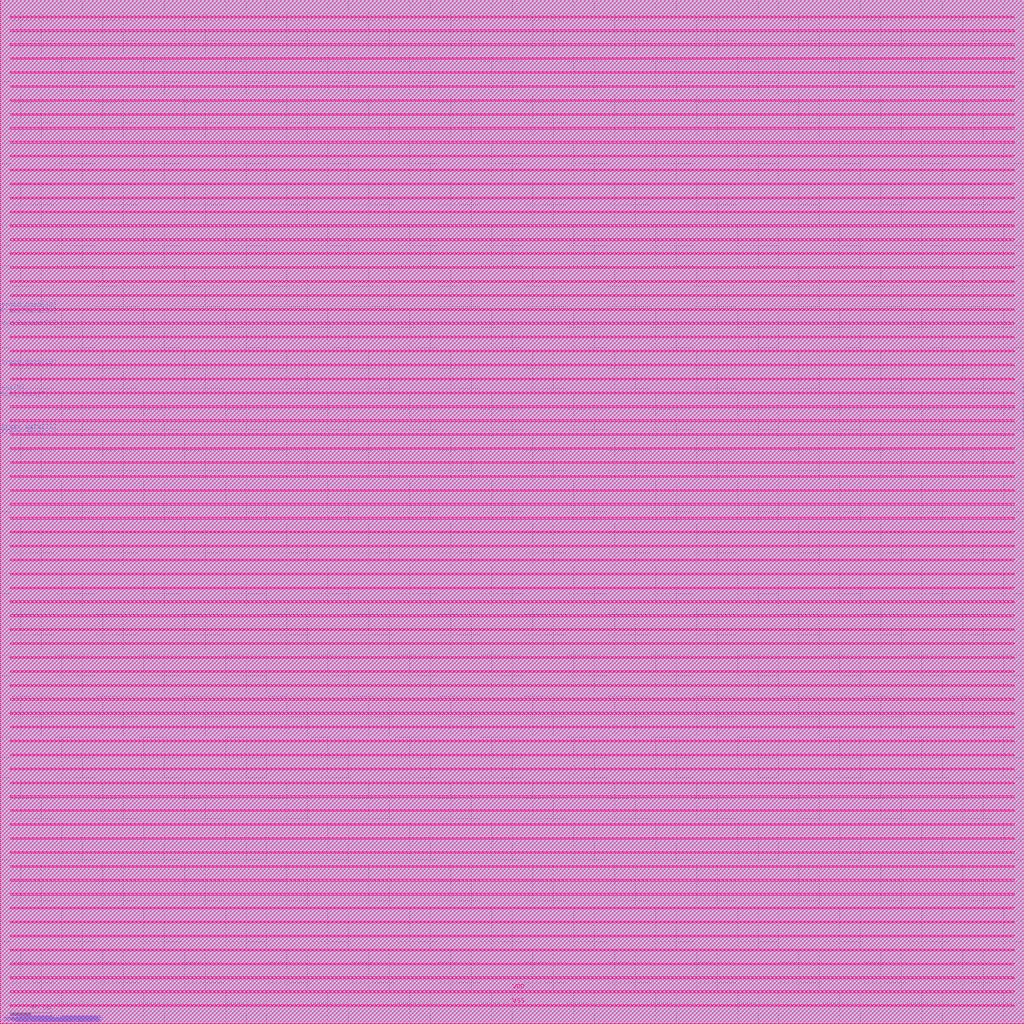
<source format=lef>
VERSION 5.8 ;
BUSBITCHARS "[]" ;
DIVIDERCHAR "/" ;
UNITS
    DATABASE MICRONS 1000 ;
END UNITS

VIA picorv32_top_via2_3_1600_480_1_5_320_320
  VIARULE M1M2_PR ;
  CUTSIZE 0.15 0.15 ;
  LAYERS met1 via met2 ;
  CUTSPACING 0.17 0.17 ;
  ENCLOSURE 0.085 0.165 0.055 0.085 ;
  ROWCOL 1 5 ;
END picorv32_top_via2_3_1600_480_1_5_320_320

VIA picorv32_top_via3_4_1600_480_1_4_400_400
  VIARULE M2M3_PR ;
  CUTSIZE 0.2 0.2 ;
  LAYERS met2 via2 met3 ;
  CUTSPACING 0.2 0.2 ;
  ENCLOSURE 0.04 0.085 0.065 0.065 ;
  ROWCOL 1 4 ;
END picorv32_top_via3_4_1600_480_1_4_400_400

VIA picorv32_top_via4_5_1600_480_1_4_400_400
  VIARULE M3M4_PR ;
  CUTSIZE 0.2 0.2 ;
  LAYERS met3 via3 met4 ;
  CUTSPACING 0.2 0.2 ;
  ENCLOSURE 0.09 0.06 0.1 0.065 ;
  ROWCOL 1 4 ;
END picorv32_top_via4_5_1600_480_1_4_400_400

VIA picorv32_top_via5_6_1600_1600_1_1_1600_1600
  VIARULE M4M5_PR ;
  CUTSIZE 0.8 0.8 ;
  LAYERS met4 via4 met5 ;
  CUTSPACING 0.8 0.8 ;
  ENCLOSURE 0.4 0.19 0.31 0.4 ;
END picorv32_top_via5_6_1600_1600_1_1_1600_1600

MACRO picorv32_top
  FOREIGN picorv32_top 0 0 ;
  CLASS BLOCK ;
  SIZE 1000 BY 1000 ;
  PIN clk
    DIRECTION INPUT ;
    USE SIGNAL ;
    PORT
      LAYER met2 ;
        RECT  813.44 999.515 813.58 1000 ;
    END
  END clk
  PIN eoi[0]
    DIRECTION OUTPUT ;
    USE SIGNAL ;
    PORT
      LAYER met2 ;
        RECT  812.52 999.515 812.66 1000 ;
    END
  END eoi[0]
  PIN eoi[10]
    DIRECTION OUTPUT ;
    USE SIGNAL ;
    PORT
      LAYER met2 ;
        RECT  258.68 999.515 258.82 1000 ;
    END
  END eoi[10]
  PIN eoi[11]
    DIRECTION OUTPUT ;
    USE SIGNAL ;
    PORT
      LAYER met2 ;
        RECT  208.08 999.515 208.22 1000 ;
    END
  END eoi[11]
  PIN eoi[12]
    DIRECTION OUTPUT ;
    USE SIGNAL ;
    PORT
      LAYER met2 ;
        RECT  177.72 999.515 177.86 1000 ;
    END
  END eoi[12]
  PIN eoi[13]
    DIRECTION OUTPUT ;
    USE SIGNAL ;
    PORT
      LAYER met2 ;
        RECT  223.72 999.515 223.86 1000 ;
    END
  END eoi[13]
  PIN eoi[14]
    DIRECTION OUTPUT ;
    USE SIGNAL ;
    PORT
      LAYER met2 ;
        RECT  250.4 999.515 250.54 1000 ;
    END
  END eoi[14]
  PIN eoi[15]
    DIRECTION OUTPUT ;
    USE SIGNAL ;
    PORT
      LAYER met2 ;
        RECT  264.2 999.515 264.34 1000 ;
    END
  END eoi[15]
  PIN eoi[16]
    DIRECTION OUTPUT ;
    USE SIGNAL ;
    PORT
      LAYER met2 ;
        RECT  196.12 999.515 196.26 1000 ;
    END
  END eoi[16]
  PIN eoi[17]
    DIRECTION OUTPUT ;
    USE SIGNAL ;
    PORT
      LAYER met2 ;
        RECT  230.16 999.515 230.3 1000 ;
    END
  END eoi[17]
  PIN eoi[18]
    DIRECTION OUTPUT ;
    USE SIGNAL ;
    PORT
      LAYER met2 ;
        RECT  247.64 999.515 247.78 1000 ;
    END
  END eoi[18]
  PIN eoi[19]
    DIRECTION OUTPUT ;
    USE SIGNAL ;
    PORT
      LAYER met2 ;
        RECT  204.4 999.515 204.54 1000 ;
    END
  END eoi[19]
  PIN eoi[1]
    DIRECTION OUTPUT ;
    USE SIGNAL ;
    PORT
      LAYER met2 ;
        RECT  158.4 999.515 158.54 1000 ;
    END
  END eoi[1]
  PIN eoi[20]
    DIRECTION OUTPUT ;
    USE SIGNAL ;
    PORT
      LAYER met2 ;
        RECT  154.72 999.515 154.86 1000 ;
    END
  END eoi[20]
  PIN eoi[21]
    DIRECTION OUTPUT ;
    USE SIGNAL ;
    PORT
      LAYER met2 ;
        RECT  240.28 999.515 240.42 1000 ;
    END
  END eoi[21]
  PIN eoi[22]
    DIRECTION OUTPUT ;
    USE SIGNAL ;
    PORT
      LAYER met2 ;
        RECT  275.24 999.515 275.38 1000 ;
    END
  END eoi[22]
  PIN eoi[23]
    DIRECTION OUTPUT ;
    USE SIGNAL ;
    PORT
      LAYER met2 ;
        RECT  220.96 999.515 221.1 1000 ;
    END
  END eoi[23]
  PIN eoi[24]
    DIRECTION OUTPUT ;
    USE SIGNAL ;
    PORT
      LAYER met2 ;
        RECT  298.24 999.515 298.38 1000 ;
    END
  END eoi[24]
  PIN eoi[25]
    DIRECTION OUTPUT ;
    USE SIGNAL ;
    PORT
      LAYER met2 ;
        RECT  163 999.515 163.14 1000 ;
    END
  END eoi[25]
  PIN eoi[26]
    DIRECTION OUTPUT ;
    USE SIGNAL ;
    PORT
      LAYER met2 ;
        RECT  237.52 999.515 237.66 1000 ;
    END
  END eoi[26]
  PIN eoi[27]
    DIRECTION OUTPUT ;
    USE SIGNAL ;
    PORT
      LAYER met2 ;
        RECT  253.16 999.515 253.3 1000 ;
    END
  END eoi[27]
  PIN eoi[28]
    DIRECTION OUTPUT ;
    USE SIGNAL ;
    PORT
      LAYER met2 ;
        RECT  216.36 999.515 216.5 1000 ;
    END
  END eoi[28]
  PIN eoi[29]
    DIRECTION OUTPUT ;
    USE SIGNAL ;
    PORT
      LAYER met2 ;
        RECT  186.92 999.515 187.06 1000 ;
    END
  END eoi[29]
  PIN eoi[2]
    DIRECTION OUTPUT ;
    USE SIGNAL ;
    PORT
      LAYER met2 ;
        RECT  317.56 999.515 317.7 1000 ;
    END
  END eoi[2]
  PIN eoi[30]
    DIRECTION OUTPUT ;
    USE SIGNAL ;
    PORT
      LAYER met2 ;
        RECT  212.68 999.515 212.82 1000 ;
    END
  END eoi[30]
  PIN eoi[31]
    DIRECTION OUTPUT ;
    USE SIGNAL ;
    PORT
      LAYER met2 ;
        RECT  316.64 999.515 316.78 1000 ;
    END
  END eoi[31]
  PIN eoi[3]
    DIRECTION OUTPUT ;
    USE SIGNAL ;
    PORT
      LAYER met2 ;
        RECT  195.2 999.515 195.34 1000 ;
    END
  END eoi[3]
  PIN eoi[4]
    DIRECTION OUTPUT ;
    USE SIGNAL ;
    PORT
      LAYER met2 ;
        RECT  249.48 999.515 249.62 1000 ;
    END
  END eoi[4]
  PIN eoi[5]
    DIRECTION OUTPUT ;
    USE SIGNAL ;
    PORT
      LAYER met3 ;
        RECT  0 616.27 0.8 616.57 ;
    END
  END eoi[5]
  PIN eoi[6]
    DIRECTION OUTPUT ;
    USE SIGNAL ;
    PORT
      LAYER met2 ;
        RECT  209.92 999.515 210.06 1000 ;
    END
  END eoi[6]
  PIN eoi[7]
    DIRECTION OUTPUT ;
    USE SIGNAL ;
    PORT
      LAYER met2 ;
        RECT  166.68 999.515 166.82 1000 ;
    END
  END eoi[7]
  PIN eoi[8]
    DIRECTION OUTPUT ;
    USE SIGNAL ;
    PORT
      LAYER met2 ;
        RECT  175.88 999.515 176.02 1000 ;
    END
  END eoi[8]
  PIN eoi[9]
    DIRECTION OUTPUT ;
    USE SIGNAL ;
    PORT
      LAYER met2 ;
        RECT  228.32 999.515 228.46 1000 ;
    END
  END eoi[9]
  PIN irq[0]
    DIRECTION INPUT ;
    USE SIGNAL ;
    PORT
      LAYER met2 ;
        RECT  2 0 2.14 0.485 ;
    END
  END irq[0]
  PIN irq[10]
    DIRECTION INPUT ;
    USE SIGNAL ;
    PORT
      LAYER met2 ;
        RECT  2.92 0 3.06 0.485 ;
    END
  END irq[10]
  PIN irq[11]
    DIRECTION INPUT ;
    USE SIGNAL ;
    PORT
      LAYER met2 ;
        RECT  3.84 0 3.98 0.485 ;
    END
  END irq[11]
  PIN irq[12]
    DIRECTION INPUT ;
    USE SIGNAL ;
    PORT
      LAYER met2 ;
        RECT  4.76 0 4.9 0.485 ;
    END
  END irq[12]
  PIN irq[13]
    DIRECTION INPUT ;
    USE SIGNAL ;
    PORT
      LAYER met2 ;
        RECT  5.68 0 5.82 0.485 ;
    END
  END irq[13]
  PIN irq[14]
    DIRECTION INPUT ;
    USE SIGNAL ;
    PORT
      LAYER met2 ;
        RECT  6.6 0 6.74 0.485 ;
    END
  END irq[14]
  PIN irq[15]
    DIRECTION INPUT ;
    USE SIGNAL ;
    PORT
      LAYER met2 ;
        RECT  7.52 0 7.66 0.485 ;
    END
  END irq[15]
  PIN irq[16]
    DIRECTION INPUT ;
    USE SIGNAL ;
    PORT
      LAYER met2 ;
        RECT  8.44 0 8.58 0.485 ;
    END
  END irq[16]
  PIN irq[17]
    DIRECTION INPUT ;
    USE SIGNAL ;
    PORT
      LAYER met2 ;
        RECT  9.36 0 9.5 0.485 ;
    END
  END irq[17]
  PIN irq[18]
    DIRECTION INPUT ;
    USE SIGNAL ;
    PORT
      LAYER met2 ;
        RECT  10.28 0 10.42 0.485 ;
    END
  END irq[18]
  PIN irq[19]
    DIRECTION INPUT ;
    USE SIGNAL ;
    PORT
      LAYER met2 ;
        RECT  11.2 0 11.34 0.485 ;
    END
  END irq[19]
  PIN irq[1]
    DIRECTION INPUT ;
    USE SIGNAL ;
    PORT
      LAYER met2 ;
        RECT  12.12 0 12.26 0.485 ;
    END
  END irq[1]
  PIN irq[20]
    DIRECTION INPUT ;
    USE SIGNAL ;
    PORT
      LAYER met2 ;
        RECT  13.04 0 13.18 0.485 ;
    END
  END irq[20]
  PIN irq[21]
    DIRECTION INPUT ;
    USE SIGNAL ;
    PORT
      LAYER met2 ;
        RECT  13.96 0 14.1 0.485 ;
    END
  END irq[21]
  PIN irq[22]
    DIRECTION INPUT ;
    USE SIGNAL ;
    PORT
      LAYER met2 ;
        RECT  14.88 0 15.02 0.485 ;
    END
  END irq[22]
  PIN irq[23]
    DIRECTION INPUT ;
    USE SIGNAL ;
    PORT
      LAYER met2 ;
        RECT  15.8 0 15.94 0.485 ;
    END
  END irq[23]
  PIN irq[24]
    DIRECTION INPUT ;
    USE SIGNAL ;
    PORT
      LAYER met2 ;
        RECT  16.72 0 16.86 0.485 ;
    END
  END irq[24]
  PIN irq[25]
    DIRECTION INPUT ;
    USE SIGNAL ;
    PORT
      LAYER met2 ;
        RECT  17.64 0 17.78 0.485 ;
    END
  END irq[25]
  PIN irq[26]
    DIRECTION INPUT ;
    USE SIGNAL ;
    PORT
      LAYER met2 ;
        RECT  18.56 0 18.7 0.485 ;
    END
  END irq[26]
  PIN irq[27]
    DIRECTION INPUT ;
    USE SIGNAL ;
    PORT
      LAYER met2 ;
        RECT  19.48 0 19.62 0.485 ;
    END
  END irq[27]
  PIN irq[28]
    DIRECTION INPUT ;
    USE SIGNAL ;
    PORT
      LAYER met2 ;
        RECT  20.4 0 20.54 0.485 ;
    END
  END irq[28]
  PIN irq[29]
    DIRECTION INPUT ;
    USE SIGNAL ;
    PORT
      LAYER met2 ;
        RECT  21.32 0 21.46 0.485 ;
    END
  END irq[29]
  PIN irq[2]
    DIRECTION INPUT ;
    USE SIGNAL ;
    PORT
      LAYER met2 ;
        RECT  22.24 0 22.38 0.485 ;
    END
  END irq[2]
  PIN irq[30]
    DIRECTION INPUT ;
    USE SIGNAL ;
    PORT
      LAYER met2 ;
        RECT  23.16 0 23.3 0.485 ;
    END
  END irq[30]
  PIN irq[31]
    DIRECTION INPUT ;
    USE SIGNAL ;
    PORT
      LAYER met2 ;
        RECT  24.08 0 24.22 0.485 ;
    END
  END irq[31]
  PIN irq[3]
    DIRECTION INPUT ;
    USE SIGNAL ;
    PORT
      LAYER met2 ;
        RECT  25 0 25.14 0.485 ;
    END
  END irq[3]
  PIN irq[4]
    DIRECTION INPUT ;
    USE SIGNAL ;
    PORT
      LAYER met2 ;
        RECT  25.92 0 26.06 0.485 ;
    END
  END irq[4]
  PIN irq[5]
    DIRECTION INPUT ;
    USE SIGNAL ;
    PORT
      LAYER met2 ;
        RECT  26.84 0 26.98 0.485 ;
    END
  END irq[5]
  PIN irq[6]
    DIRECTION INPUT ;
    USE SIGNAL ;
    PORT
      LAYER met2 ;
        RECT  27.76 0 27.9 0.485 ;
    END
  END irq[6]
  PIN irq[7]
    DIRECTION INPUT ;
    USE SIGNAL ;
    PORT
      LAYER met2 ;
        RECT  28.68 0 28.82 0.485 ;
    END
  END irq[7]
  PIN irq[8]
    DIRECTION INPUT ;
    USE SIGNAL ;
    PORT
      LAYER met2 ;
        RECT  29.6 0 29.74 0.485 ;
    END
  END irq[8]
  PIN irq[9]
    DIRECTION INPUT ;
    USE SIGNAL ;
    PORT
      LAYER met2 ;
        RECT  30.52 0 30.66 0.485 ;
    END
  END irq[9]
  PIN mem_la_addr[0]
    DIRECTION OUTPUT ;
    USE SIGNAL ;
    PORT
      LAYER met2 ;
        RECT  190.6 999.515 190.74 1000 ;
    END
  END mem_la_addr[0]
  PIN mem_la_addr[10]
    DIRECTION OUTPUT ;
    USE SIGNAL ;
    PORT
      LAYER met2 ;
        RECT  566.88 999.515 567.02 1000 ;
    END
  END mem_la_addr[10]
  PIN mem_la_addr[11]
    DIRECTION OUTPUT ;
    USE SIGNAL ;
    PORT
      LAYER met2 ;
        RECT  563.2 999.515 563.34 1000 ;
    END
  END mem_la_addr[11]
  PIN mem_la_addr[12]
    DIRECTION OUTPUT ;
    USE SIGNAL ;
    PORT
      LAYER met2 ;
        RECT  569.64 999.515 569.78 1000 ;
    END
  END mem_la_addr[12]
  PIN mem_la_addr[13]
    DIRECTION OUTPUT ;
    USE SIGNAL ;
    PORT
      LAYER met2 ;
        RECT  564.12 999.515 564.26 1000 ;
    END
  END mem_la_addr[13]
  PIN mem_la_addr[14]
    DIRECTION OUTPUT ;
    USE SIGNAL ;
    PORT
      LAYER met2 ;
        RECT  574.24 999.515 574.38 1000 ;
    END
  END mem_la_addr[14]
  PIN mem_la_addr[15]
    DIRECTION OUTPUT ;
    USE SIGNAL ;
    PORT
      LAYER met2 ;
        RECT  557.68 999.515 557.82 1000 ;
    END
  END mem_la_addr[15]
  PIN mem_la_addr[16]
    DIRECTION OUTPUT ;
    USE SIGNAL ;
    PORT
      LAYER met2 ;
        RECT  565.96 999.515 566.1 1000 ;
    END
  END mem_la_addr[16]
  PIN mem_la_addr[17]
    DIRECTION OUTPUT ;
    USE SIGNAL ;
    PORT
      LAYER met2 ;
        RECT  561.36 999.515 561.5 1000 ;
    END
  END mem_la_addr[17]
  PIN mem_la_addr[18]
    DIRECTION OUTPUT ;
    USE SIGNAL ;
    PORT
      LAYER met2 ;
        RECT  559.52 999.515 559.66 1000 ;
    END
  END mem_la_addr[18]
  PIN mem_la_addr[19]
    DIRECTION OUTPUT ;
    USE SIGNAL ;
    PORT
      LAYER met2 ;
        RECT  558.6 999.515 558.74 1000 ;
    END
  END mem_la_addr[19]
  PIN mem_la_addr[1]
    DIRECTION OUTPUT ;
    USE SIGNAL ;
    PORT
      LAYER met3 ;
        RECT  0 678.83 0.8 679.13 ;
    END
  END mem_la_addr[1]
  PIN mem_la_addr[20]
    DIRECTION OUTPUT ;
    USE SIGNAL ;
    PORT
      LAYER met2 ;
        RECT  560.44 999.515 560.58 1000 ;
    END
  END mem_la_addr[20]
  PIN mem_la_addr[21]
    DIRECTION OUTPUT ;
    USE SIGNAL ;
    PORT
      LAYER met2 ;
        RECT  565.04 999.515 565.18 1000 ;
    END
  END mem_la_addr[21]
  PIN mem_la_addr[22]
    DIRECTION OUTPUT ;
    USE SIGNAL ;
    PORT
      LAYER met2 ;
        RECT  570.56 999.515 570.7 1000 ;
    END
  END mem_la_addr[22]
  PIN mem_la_addr[23]
    DIRECTION OUTPUT ;
    USE SIGNAL ;
    PORT
      LAYER met2 ;
        RECT  584.36 999.515 584.5 1000 ;
    END
  END mem_la_addr[23]
  PIN mem_la_addr[24]
    DIRECTION OUTPUT ;
    USE SIGNAL ;
    PORT
      LAYER met2 ;
        RECT  598.16 999.515 598.3 1000 ;
    END
  END mem_la_addr[24]
  PIN mem_la_addr[25]
    DIRECTION OUTPUT ;
    USE SIGNAL ;
    PORT
      LAYER met2 ;
        RECT  608.28 999.515 608.42 1000 ;
    END
  END mem_la_addr[25]
  PIN mem_la_addr[26]
    DIRECTION OUTPUT ;
    USE SIGNAL ;
    PORT
      LAYER met2 ;
        RECT  620.24 999.515 620.38 1000 ;
    END
  END mem_la_addr[26]
  PIN mem_la_addr[27]
    DIRECTION OUTPUT ;
    USE SIGNAL ;
    PORT
      LAYER met2 ;
        RECT  629.44 999.515 629.58 1000 ;
    END
  END mem_la_addr[27]
  PIN mem_la_addr[28]
    DIRECTION OUTPUT ;
    USE SIGNAL ;
    PORT
      LAYER met2 ;
        RECT  656.12 999.515 656.26 1000 ;
    END
  END mem_la_addr[28]
  PIN mem_la_addr[29]
    DIRECTION OUTPUT ;
    USE SIGNAL ;
    PORT
      LAYER met2 ;
        RECT  660.72 999.515 660.86 1000 ;
    END
  END mem_la_addr[29]
  PIN mem_la_addr[2]
    DIRECTION OUTPUT ;
    USE SIGNAL ;
    PORT
      LAYER met3 ;
        RECT  999.2 617.63 1000 617.93 ;
    END
  END mem_la_addr[2]
  PIN mem_la_addr[30]
    DIRECTION OUTPUT ;
    USE SIGNAL ;
    PORT
      LAYER met2 ;
        RECT  655.2 999.515 655.34 1000 ;
    END
  END mem_la_addr[30]
  PIN mem_la_addr[31]
    DIRECTION OUTPUT ;
    USE SIGNAL ;
    PORT
      LAYER met2 ;
        RECT  657.04 999.515 657.18 1000 ;
    END
  END mem_la_addr[31]
  PIN mem_la_addr[3]
    DIRECTION OUTPUT ;
    USE SIGNAL ;
    PORT
      LAYER met3 ;
        RECT  999.2 620.35 1000 620.65 ;
    END
  END mem_la_addr[3]
  PIN mem_la_addr[4]
    DIRECTION OUTPUT ;
    USE SIGNAL ;
    PORT
      LAYER met3 ;
        RECT  999.2 598.59 1000 598.89 ;
    END
  END mem_la_addr[4]
  PIN mem_la_addr[5]
    DIRECTION OUTPUT ;
    USE SIGNAL ;
    PORT
      LAYER met3 ;
        RECT  999.2 591.79 1000 592.09 ;
    END
  END mem_la_addr[5]
  PIN mem_la_addr[6]
    DIRECTION OUTPUT ;
    USE SIGNAL ;
    PORT
      LAYER met3 ;
        RECT  999.2 602.67 1000 602.97 ;
    END
  END mem_la_addr[6]
  PIN mem_la_addr[7]
    DIRECTION OUTPUT ;
    USE SIGNAL ;
    PORT
      LAYER met3 ;
        RECT  999.2 623.07 1000 623.37 ;
    END
  END mem_la_addr[7]
  PIN mem_la_addr[8]
    DIRECTION OUTPUT ;
    USE SIGNAL ;
    PORT
      LAYER met3 ;
        RECT  999.2 583.63 1000 583.93 ;
    END
  END mem_la_addr[8]
  PIN mem_la_addr[9]
    DIRECTION OUTPUT ;
    USE SIGNAL ;
    PORT
      LAYER met2 ;
        RECT  562.28 999.515 562.42 1000 ;
    END
  END mem_la_addr[9]
  PIN mem_la_read
    DIRECTION OUTPUT ;
    USE SIGNAL ;
    PORT
      LAYER met3 ;
        RECT  999.2 590.43 1000 590.73 ;
    END
  END mem_la_read
  PIN mem_la_wdata[0]
    DIRECTION OUTPUT ;
    USE SIGNAL ;
    PORT
      LAYER met3 ;
        RECT  999.2 572.75 1000 573.05 ;
    END
  END mem_la_wdata[0]
  PIN mem_la_wdata[10]
    DIRECTION OUTPUT ;
    USE SIGNAL ;
    PORT
      LAYER met3 ;
        RECT  999.2 621.71 1000 622.01 ;
    END
  END mem_la_wdata[10]
  PIN mem_la_wdata[11]
    DIRECTION OUTPUT ;
    USE SIGNAL ;
    PORT
      LAYER met3 ;
        RECT  999.2 605.39 1000 605.69 ;
    END
  END mem_la_wdata[11]
  PIN mem_la_wdata[12]
    DIRECTION OUTPUT ;
    USE SIGNAL ;
    PORT
      LAYER met3 ;
        RECT  999.2 584.99 1000 585.29 ;
    END
  END mem_la_wdata[12]
  PIN mem_la_wdata[13]
    DIRECTION OUTPUT ;
    USE SIGNAL ;
    PORT
      LAYER met3 ;
        RECT  999.2 612.19 1000 612.49 ;
    END
  END mem_la_wdata[13]
  PIN mem_la_wdata[14]
    DIRECTION OUTPUT ;
    USE SIGNAL ;
    PORT
      LAYER met3 ;
        RECT  999.2 608.11 1000 608.41 ;
    END
  END mem_la_wdata[14]
  PIN mem_la_wdata[15]
    DIRECTION OUTPUT ;
    USE SIGNAL ;
    PORT
      LAYER met3 ;
        RECT  999.2 606.75 1000 607.05 ;
    END
  END mem_la_wdata[15]
  PIN mem_la_wdata[16]
    DIRECTION OUTPUT ;
    USE SIGNAL ;
    PORT
      LAYER met3 ;
        RECT  999.2 613.55 1000 613.85 ;
    END
  END mem_la_wdata[16]
  PIN mem_la_wdata[17]
    DIRECTION OUTPUT ;
    USE SIGNAL ;
    PORT
      LAYER met3 ;
        RECT  999.2 610.83 1000 611.13 ;
    END
  END mem_la_wdata[17]
  PIN mem_la_wdata[18]
    DIRECTION OUTPUT ;
    USE SIGNAL ;
    PORT
      LAYER met2 ;
        RECT  606.44 999.515 606.58 1000 ;
    END
  END mem_la_wdata[18]
  PIN mem_la_wdata[19]
    DIRECTION OUTPUT ;
    USE SIGNAL ;
    PORT
      LAYER met2 ;
        RECT  599.08 999.515 599.22 1000 ;
    END
  END mem_la_wdata[19]
  PIN mem_la_wdata[1]
    DIRECTION OUTPUT ;
    USE SIGNAL ;
    PORT
      LAYER met3 ;
        RECT  999.2 624.43 1000 624.73 ;
    END
  END mem_la_wdata[1]
  PIN mem_la_wdata[20]
    DIRECTION OUTPUT ;
    USE SIGNAL ;
    PORT
      LAYER met2 ;
        RECT  592.64 999.515 592.78 1000 ;
    END
  END mem_la_wdata[20]
  PIN mem_la_wdata[21]
    DIRECTION OUTPUT ;
    USE SIGNAL ;
    PORT
      LAYER met2 ;
        RECT  586.2 999.515 586.34 1000 ;
    END
  END mem_la_wdata[21]
  PIN mem_la_wdata[22]
    DIRECTION OUTPUT ;
    USE SIGNAL ;
    PORT
      LAYER met2 ;
        RECT  588.04 999.515 588.18 1000 ;
    END
  END mem_la_wdata[22]
  PIN mem_la_wdata[23]
    DIRECTION OUTPUT ;
    USE SIGNAL ;
    PORT
      LAYER met2 ;
        RECT  580.68 999.515 580.82 1000 ;
    END
  END mem_la_wdata[23]
  PIN mem_la_wdata[24]
    DIRECTION OUTPUT ;
    USE SIGNAL ;
    PORT
      LAYER met3 ;
        RECT  999.2 597.23 1000 597.53 ;
    END
  END mem_la_wdata[24]
  PIN mem_la_wdata[25]
    DIRECTION OUTPUT ;
    USE SIGNAL ;
    PORT
      LAYER met2 ;
        RECT  611.96 999.515 612.1 1000 ;
    END
  END mem_la_wdata[25]
  PIN mem_la_wdata[26]
    DIRECTION OUTPUT ;
    USE SIGNAL ;
    PORT
      LAYER met2 ;
        RECT  619.32 999.515 619.46 1000 ;
    END
  END mem_la_wdata[26]
  PIN mem_la_wdata[27]
    DIRECTION OUTPUT ;
    USE SIGNAL ;
    PORT
      LAYER met2 ;
        RECT  579.76 999.515 579.9 1000 ;
    END
  END mem_la_wdata[27]
  PIN mem_la_wdata[28]
    DIRECTION OUTPUT ;
    USE SIGNAL ;
    PORT
      LAYER met2 ;
        RECT  595.4 999.515 595.54 1000 ;
    END
  END mem_la_wdata[28]
  PIN mem_la_wdata[29]
    DIRECTION OUTPUT ;
    USE SIGNAL ;
    PORT
      LAYER met2 ;
        RECT  624.84 999.515 624.98 1000 ;
    END
  END mem_la_wdata[29]
  PIN mem_la_wdata[2]
    DIRECTION OUTPUT ;
    USE SIGNAL ;
    PORT
      LAYER met3 ;
        RECT  999.2 614.91 1000 615.21 ;
    END
  END mem_la_wdata[2]
  PIN mem_la_wdata[30]
    DIRECTION OUTPUT ;
    USE SIGNAL ;
    PORT
      LAYER met2 ;
        RECT  617.48 999.515 617.62 1000 ;
    END
  END mem_la_wdata[30]
  PIN mem_la_wdata[31]
    DIRECTION OUTPUT ;
    USE SIGNAL ;
    PORT
      LAYER met2 ;
        RECT  615.64 999.515 615.78 1000 ;
    END
  END mem_la_wdata[31]
  PIN mem_la_wdata[3]
    DIRECTION OUTPUT ;
    USE SIGNAL ;
    PORT
      LAYER met3 ;
        RECT  999.2 599.95 1000 600.25 ;
    END
  END mem_la_wdata[3]
  PIN mem_la_wdata[4]
    DIRECTION OUTPUT ;
    USE SIGNAL ;
    PORT
      LAYER met3 ;
        RECT  999.2 601.31 1000 601.61 ;
    END
  END mem_la_wdata[4]
  PIN mem_la_wdata[5]
    DIRECTION OUTPUT ;
    USE SIGNAL ;
    PORT
      LAYER met2 ;
        RECT  628.52 999.515 628.66 1000 ;
    END
  END mem_la_wdata[5]
  PIN mem_la_wdata[6]
    DIRECTION OUTPUT ;
    USE SIGNAL ;
    PORT
      LAYER met2 ;
        RECT  627.6 999.515 627.74 1000 ;
    END
  END mem_la_wdata[6]
  PIN mem_la_wdata[7]
    DIRECTION OUTPUT ;
    USE SIGNAL ;
    PORT
      LAYER met2 ;
        RECT  626.68 999.515 626.82 1000 ;
    END
  END mem_la_wdata[7]
  PIN mem_la_wdata[8]
    DIRECTION OUTPUT ;
    USE SIGNAL ;
    PORT
      LAYER met3 ;
        RECT  999.2 609.47 1000 609.77 ;
    END
  END mem_la_wdata[8]
  PIN mem_la_wdata[9]
    DIRECTION OUTPUT ;
    USE SIGNAL ;
    PORT
      LAYER met3 ;
        RECT  999.2 604.03 1000 604.33 ;
    END
  END mem_la_wdata[9]
  PIN mem_la_write
    DIRECTION OUTPUT ;
    USE SIGNAL ;
    PORT
      LAYER met3 ;
        RECT  999.2 587.71 1000 588.01 ;
    END
  END mem_la_write
  PIN mem_la_wstrb[0]
    DIRECTION OUTPUT ;
    USE SIGNAL ;
    PORT
      LAYER met3 ;
        RECT  999.2 595.87 1000 596.17 ;
    END
  END mem_la_wstrb[0]
  PIN mem_la_wstrb[1]
    DIRECTION OUTPUT ;
    USE SIGNAL ;
    PORT
      LAYER met3 ;
        RECT  999.2 586.35 1000 586.65 ;
    END
  END mem_la_wstrb[1]
  PIN mem_la_wstrb[2]
    DIRECTION OUTPUT ;
    USE SIGNAL ;
    PORT
      LAYER met3 ;
        RECT  999.2 594.51 1000 594.81 ;
    END
  END mem_la_wstrb[2]
  PIN mem_la_wstrb[3]
    DIRECTION OUTPUT ;
    USE SIGNAL ;
    PORT
      LAYER met3 ;
        RECT  999.2 589.07 1000 589.37 ;
    END
  END mem_la_wstrb[3]
  PIN pcpi_insn[0]
    DIRECTION OUTPUT ;
    USE SIGNAL ;
    PORT
      LAYER met2 ;
        RECT  171.28 999.515 171.42 1000 ;
    END
  END pcpi_insn[0]
  PIN pcpi_insn[10]
    DIRECTION OUTPUT ;
    USE SIGNAL ;
    PORT
      LAYER met2 ;
        RECT  197.96 999.515 198.1 1000 ;
    END
  END pcpi_insn[10]
  PIN pcpi_insn[11]
    DIRECTION OUTPUT ;
    USE SIGNAL ;
    PORT
      LAYER met2 ;
        RECT  206.24 999.515 206.38 1000 ;
    END
  END pcpi_insn[11]
  PIN pcpi_insn[12]
    DIRECTION OUTPUT ;
    USE SIGNAL ;
    PORT
      LAYER met2 ;
        RECT  205.32 999.515 205.46 1000 ;
    END
  END pcpi_insn[12]
  PIN pcpi_insn[13]
    DIRECTION OUTPUT ;
    USE SIGNAL ;
    PORT
      LAYER met2 ;
        RECT  169.44 999.515 169.58 1000 ;
    END
  END pcpi_insn[13]
  PIN pcpi_insn[14]
    DIRECTION OUTPUT ;
    USE SIGNAL ;
    PORT
      LAYER met2 ;
        RECT  229.24 999.515 229.38 1000 ;
    END
  END pcpi_insn[14]
  PIN pcpi_insn[15]
    DIRECTION OUTPUT ;
    USE SIGNAL ;
    PORT
      LAYER met2 ;
        RECT  301 999.515 301.14 1000 ;
    END
  END pcpi_insn[15]
  PIN pcpi_insn[16]
    DIRECTION OUTPUT ;
    USE SIGNAL ;
    PORT
      LAYER met2 ;
        RECT  220.04 999.515 220.18 1000 ;
    END
  END pcpi_insn[16]
  PIN pcpi_insn[17]
    DIRECTION OUTPUT ;
    USE SIGNAL ;
    PORT
      LAYER met2 ;
        RECT  231.08 999.515 231.22 1000 ;
    END
  END pcpi_insn[17]
  PIN pcpi_insn[18]
    DIRECTION OUTPUT ;
    USE SIGNAL ;
    PORT
      LAYER met2 ;
        RECT  238.44 999.515 238.58 1000 ;
    END
  END pcpi_insn[18]
  PIN pcpi_insn[19]
    DIRECTION OUTPUT ;
    USE SIGNAL ;
    PORT
      LAYER met2 ;
        RECT  221.88 999.515 222.02 1000 ;
    END
  END pcpi_insn[19]
  PIN pcpi_insn[1]
    DIRECTION OUTPUT ;
    USE SIGNAL ;
    PORT
      LAYER met2 ;
        RECT  291.8 999.515 291.94 1000 ;
    END
  END pcpi_insn[1]
  PIN pcpi_insn[20]
    DIRECTION OUTPUT ;
    USE SIGNAL ;
    PORT
      LAYER met2 ;
        RECT  227.4 999.515 227.54 1000 ;
    END
  END pcpi_insn[20]
  PIN pcpi_insn[21]
    DIRECTION OUTPUT ;
    USE SIGNAL ;
    PORT
      LAYER met2 ;
        RECT  172.2 999.515 172.34 1000 ;
    END
  END pcpi_insn[21]
  PIN pcpi_insn[22]
    DIRECTION OUTPUT ;
    USE SIGNAL ;
    PORT
      LAYER met2 ;
        RECT  225.56 999.515 225.7 1000 ;
    END
  END pcpi_insn[22]
  PIN pcpi_insn[23]
    DIRECTION OUTPUT ;
    USE SIGNAL ;
    PORT
      LAYER met2 ;
        RECT  251.32 999.515 251.46 1000 ;
    END
  END pcpi_insn[23]
  PIN pcpi_insn[24]
    DIRECTION OUTPUT ;
    USE SIGNAL ;
    PORT
      LAYER met2 ;
        RECT  278 999.515 278.14 1000 ;
    END
  END pcpi_insn[24]
  PIN pcpi_insn[25]
    DIRECTION OUTPUT ;
    USE SIGNAL ;
    PORT
      LAYER met2 ;
        RECT  207.16 999.515 207.3 1000 ;
    END
  END pcpi_insn[25]
  PIN pcpi_insn[26]
    DIRECTION OUTPUT ;
    USE SIGNAL ;
    PORT
      LAYER met2 ;
        RECT  174.04 999.515 174.18 1000 ;
    END
  END pcpi_insn[26]
  PIN pcpi_insn[27]
    DIRECTION OUTPUT ;
    USE SIGNAL ;
    PORT
      LAYER met2 ;
        RECT  213.6 999.515 213.74 1000 ;
    END
  END pcpi_insn[27]
  PIN pcpi_insn[28]
    DIRECTION OUTPUT ;
    USE SIGNAL ;
    PORT
      LAYER met2 ;
        RECT  209 999.515 209.14 1000 ;
    END
  END pcpi_insn[28]
  PIN pcpi_insn[29]
    DIRECTION OUTPUT ;
    USE SIGNAL ;
    PORT
      LAYER met2 ;
        RECT  217.28 999.515 217.42 1000 ;
    END
  END pcpi_insn[29]
  PIN pcpi_insn[2]
    DIRECTION OUTPUT ;
    USE SIGNAL ;
    PORT
      LAYER met2 ;
        RECT  222.8 999.515 222.94 1000 ;
    END
  END pcpi_insn[2]
  PIN pcpi_insn[30]
    DIRECTION OUTPUT ;
    USE SIGNAL ;
    PORT
      LAYER met2 ;
        RECT  199.8 999.515 199.94 1000 ;
    END
  END pcpi_insn[30]
  PIN pcpi_insn[31]
    DIRECTION OUTPUT ;
    USE SIGNAL ;
    PORT
      LAYER met2 ;
        RECT  164.84 999.515 164.98 1000 ;
    END
  END pcpi_insn[31]
  PIN pcpi_insn[3]
    DIRECTION OUTPUT ;
    USE SIGNAL ;
    PORT
      LAYER met2 ;
        RECT  194.28 999.515 194.42 1000 ;
    END
  END pcpi_insn[3]
  PIN pcpi_insn[4]
    DIRECTION OUTPUT ;
    USE SIGNAL ;
    PORT
      LAYER met2 ;
        RECT  162.08 999.515 162.22 1000 ;
    END
  END pcpi_insn[4]
  PIN pcpi_insn[5]
    DIRECTION OUTPUT ;
    USE SIGNAL ;
    PORT
      LAYER met2 ;
        RECT  296.4 999.515 296.54 1000 ;
    END
  END pcpi_insn[5]
  PIN pcpi_insn[6]
    DIRECTION OUTPUT ;
    USE SIGNAL ;
    PORT
      LAYER met2 ;
        RECT  198.88 999.515 199.02 1000 ;
    END
  END pcpi_insn[6]
  PIN pcpi_insn[7]
    DIRECTION OUTPUT ;
    USE SIGNAL ;
    PORT
      LAYER met3 ;
        RECT  0 609.47 0.8 609.77 ;
    END
  END pcpi_insn[7]
  PIN pcpi_insn[8]
    DIRECTION OUTPUT ;
    USE SIGNAL ;
    PORT
      LAYER met2 ;
        RECT  174.96 999.515 175.1 1000 ;
    END
  END pcpi_insn[8]
  PIN pcpi_insn[9]
    DIRECTION OUTPUT ;
    USE SIGNAL ;
    PORT
      LAYER met2 ;
        RECT  299.16 999.515 299.3 1000 ;
    END
  END pcpi_insn[9]
  PIN pcpi_rd[0]
    DIRECTION INPUT ;
    USE SIGNAL ;
    PORT
      LAYER met2 ;
        RECT  31.44 0 31.58 0.485 ;
    END
  END pcpi_rd[0]
  PIN pcpi_rd[10]
    DIRECTION INPUT ;
    USE SIGNAL ;
    PORT
      LAYER met2 ;
        RECT  32.36 0 32.5 0.485 ;
    END
  END pcpi_rd[10]
  PIN pcpi_rd[11]
    DIRECTION INPUT ;
    USE SIGNAL ;
    PORT
      LAYER met2 ;
        RECT  33.28 0 33.42 0.485 ;
    END
  END pcpi_rd[11]
  PIN pcpi_rd[12]
    DIRECTION INPUT ;
    USE SIGNAL ;
    PORT
      LAYER met2 ;
        RECT  34.2 0 34.34 0.485 ;
    END
  END pcpi_rd[12]
  PIN pcpi_rd[13]
    DIRECTION INPUT ;
    USE SIGNAL ;
    PORT
      LAYER met2 ;
        RECT  35.12 0 35.26 0.485 ;
    END
  END pcpi_rd[13]
  PIN pcpi_rd[14]
    DIRECTION INPUT ;
    USE SIGNAL ;
    PORT
      LAYER met2 ;
        RECT  36.04 0 36.18 0.485 ;
    END
  END pcpi_rd[14]
  PIN pcpi_rd[15]
    DIRECTION INPUT ;
    USE SIGNAL ;
    PORT
      LAYER met2 ;
        RECT  36.96 0 37.1 0.485 ;
    END
  END pcpi_rd[15]
  PIN pcpi_rd[16]
    DIRECTION INPUT ;
    USE SIGNAL ;
    PORT
      LAYER met2 ;
        RECT  37.88 0 38.02 0.485 ;
    END
  END pcpi_rd[16]
  PIN pcpi_rd[17]
    DIRECTION INPUT ;
    USE SIGNAL ;
    PORT
      LAYER met2 ;
        RECT  38.8 0 38.94 0.485 ;
    END
  END pcpi_rd[17]
  PIN pcpi_rd[18]
    DIRECTION INPUT ;
    USE SIGNAL ;
    PORT
      LAYER met2 ;
        RECT  39.72 0 39.86 0.485 ;
    END
  END pcpi_rd[18]
  PIN pcpi_rd[19]
    DIRECTION INPUT ;
    USE SIGNAL ;
    PORT
      LAYER met2 ;
        RECT  40.64 0 40.78 0.485 ;
    END
  END pcpi_rd[19]
  PIN pcpi_rd[1]
    DIRECTION INPUT ;
    USE SIGNAL ;
    PORT
      LAYER met2 ;
        RECT  41.56 0 41.7 0.485 ;
    END
  END pcpi_rd[1]
  PIN pcpi_rd[20]
    DIRECTION INPUT ;
    USE SIGNAL ;
    PORT
      LAYER met2 ;
        RECT  42.48 0 42.62 0.485 ;
    END
  END pcpi_rd[20]
  PIN pcpi_rd[21]
    DIRECTION INPUT ;
    USE SIGNAL ;
    PORT
      LAYER met2 ;
        RECT  43.4 0 43.54 0.485 ;
    END
  END pcpi_rd[21]
  PIN pcpi_rd[22]
    DIRECTION INPUT ;
    USE SIGNAL ;
    PORT
      LAYER met2 ;
        RECT  44.32 0 44.46 0.485 ;
    END
  END pcpi_rd[22]
  PIN pcpi_rd[23]
    DIRECTION INPUT ;
    USE SIGNAL ;
    PORT
      LAYER met2 ;
        RECT  45.24 0 45.38 0.485 ;
    END
  END pcpi_rd[23]
  PIN pcpi_rd[24]
    DIRECTION INPUT ;
    USE SIGNAL ;
    PORT
      LAYER met2 ;
        RECT  46.16 0 46.3 0.485 ;
    END
  END pcpi_rd[24]
  PIN pcpi_rd[25]
    DIRECTION INPUT ;
    USE SIGNAL ;
    PORT
      LAYER met2 ;
        RECT  47.08 0 47.22 0.485 ;
    END
  END pcpi_rd[25]
  PIN pcpi_rd[26]
    DIRECTION INPUT ;
    USE SIGNAL ;
    PORT
      LAYER met2 ;
        RECT  48 0 48.14 0.485 ;
    END
  END pcpi_rd[26]
  PIN pcpi_rd[27]
    DIRECTION INPUT ;
    USE SIGNAL ;
    PORT
      LAYER met2 ;
        RECT  48.92 0 49.06 0.485 ;
    END
  END pcpi_rd[27]
  PIN pcpi_rd[28]
    DIRECTION INPUT ;
    USE SIGNAL ;
    PORT
      LAYER met2 ;
        RECT  49.84 0 49.98 0.485 ;
    END
  END pcpi_rd[28]
  PIN pcpi_rd[29]
    DIRECTION INPUT ;
    USE SIGNAL ;
    PORT
      LAYER met2 ;
        RECT  50.76 0 50.9 0.485 ;
    END
  END pcpi_rd[29]
  PIN pcpi_rd[2]
    DIRECTION INPUT ;
    USE SIGNAL ;
    PORT
      LAYER met2 ;
        RECT  51.68 0 51.82 0.485 ;
    END
  END pcpi_rd[2]
  PIN pcpi_rd[30]
    DIRECTION INPUT ;
    USE SIGNAL ;
    PORT
      LAYER met2 ;
        RECT  52.6 0 52.74 0.485 ;
    END
  END pcpi_rd[30]
  PIN pcpi_rd[31]
    DIRECTION INPUT ;
    USE SIGNAL ;
    PORT
      LAYER met2 ;
        RECT  53.52 0 53.66 0.485 ;
    END
  END pcpi_rd[31]
  PIN pcpi_rd[3]
    DIRECTION INPUT ;
    USE SIGNAL ;
    PORT
      LAYER met2 ;
        RECT  54.44 0 54.58 0.485 ;
    END
  END pcpi_rd[3]
  PIN pcpi_rd[4]
    DIRECTION INPUT ;
    USE SIGNAL ;
    PORT
      LAYER met2 ;
        RECT  55.36 0 55.5 0.485 ;
    END
  END pcpi_rd[4]
  PIN pcpi_rd[5]
    DIRECTION INPUT ;
    USE SIGNAL ;
    PORT
      LAYER met2 ;
        RECT  56.28 0 56.42 0.485 ;
    END
  END pcpi_rd[5]
  PIN pcpi_rd[6]
    DIRECTION INPUT ;
    USE SIGNAL ;
    PORT
      LAYER met2 ;
        RECT  57.2 0 57.34 0.485 ;
    END
  END pcpi_rd[6]
  PIN pcpi_rd[7]
    DIRECTION INPUT ;
    USE SIGNAL ;
    PORT
      LAYER met2 ;
        RECT  58.12 0 58.26 0.485 ;
    END
  END pcpi_rd[7]
  PIN pcpi_rd[8]
    DIRECTION INPUT ;
    USE SIGNAL ;
    PORT
      LAYER met2 ;
        RECT  59.04 0 59.18 0.485 ;
    END
  END pcpi_rd[8]
  PIN pcpi_rd[9]
    DIRECTION INPUT ;
    USE SIGNAL ;
    PORT
      LAYER met2 ;
        RECT  59.96 0 60.1 0.485 ;
    END
  END pcpi_rd[9]
  PIN pcpi_ready
    DIRECTION INPUT ;
    USE SIGNAL ;
    PORT
      LAYER met2 ;
        RECT  60.88 0 61.02 0.485 ;
    END
  END pcpi_ready
  PIN pcpi_rs1[0]
    DIRECTION OUTPUT ;
    USE SIGNAL ;
    PORT
      LAYER met3 ;
        RECT  999.2 618.99 1000 619.29 ;
    END
  END pcpi_rs1[0]
  PIN pcpi_rs1[10]
    DIRECTION OUTPUT ;
    USE SIGNAL ;
    PORT
      LAYER met2 ;
        RECT  618.4 999.515 618.54 1000 ;
    END
  END pcpi_rs1[10]
  PIN pcpi_rs1[11]
    DIRECTION OUTPUT ;
    USE SIGNAL ;
    PORT
      LAYER met2 ;
        RECT  587.12 999.515 587.26 1000 ;
    END
  END pcpi_rs1[11]
  PIN pcpi_rs1[12]
    DIRECTION OUTPUT ;
    USE SIGNAL ;
    PORT
      LAYER met2 ;
        RECT  594.48 999.515 594.62 1000 ;
    END
  END pcpi_rs1[12]
  PIN pcpi_rs1[13]
    DIRECTION OUTPUT ;
    USE SIGNAL ;
    PORT
      LAYER met2 ;
        RECT  621.16 999.515 621.3 1000 ;
    END
  END pcpi_rs1[13]
  PIN pcpi_rs1[14]
    DIRECTION OUTPUT ;
    USE SIGNAL ;
    PORT
      LAYER met2 ;
        RECT  611.04 999.515 611.18 1000 ;
    END
  END pcpi_rs1[14]
  PIN pcpi_rs1[15]
    DIRECTION OUTPUT ;
    USE SIGNAL ;
    PORT
      LAYER met2 ;
        RECT  609.2 999.515 609.34 1000 ;
    END
  END pcpi_rs1[15]
  PIN pcpi_rs1[16]
    DIRECTION OUTPUT ;
    USE SIGNAL ;
    PORT
      LAYER met2 ;
        RECT  591.72 999.515 591.86 1000 ;
    END
  END pcpi_rs1[16]
  PIN pcpi_rs1[17]
    DIRECTION OUTPUT ;
    USE SIGNAL ;
    PORT
      LAYER met2 ;
        RECT  583.44 999.515 583.58 1000 ;
    END
  END pcpi_rs1[17]
  PIN pcpi_rs1[18]
    DIRECTION OUTPUT ;
    USE SIGNAL ;
    PORT
      LAYER met2 ;
        RECT  571.48 999.515 571.62 1000 ;
    END
  END pcpi_rs1[18]
  PIN pcpi_rs1[19]
    DIRECTION OUTPUT ;
    USE SIGNAL ;
    PORT
      LAYER met2 ;
        RECT  578.84 999.515 578.98 1000 ;
    END
  END pcpi_rs1[19]
  PIN pcpi_rs1[1]
    DIRECTION OUTPUT ;
    USE SIGNAL ;
    PORT
      LAYER met2 ;
        RECT  623 999.515 623.14 1000 ;
    END
  END pcpi_rs1[1]
  PIN pcpi_rs1[20]
    DIRECTION OUTPUT ;
    USE SIGNAL ;
    PORT
      LAYER met2 ;
        RECT  585.28 999.515 585.42 1000 ;
    END
  END pcpi_rs1[20]
  PIN pcpi_rs1[21]
    DIRECTION OUTPUT ;
    USE SIGNAL ;
    PORT
      LAYER met2 ;
        RECT  572.4 999.515 572.54 1000 ;
    END
  END pcpi_rs1[21]
  PIN pcpi_rs1[22]
    DIRECTION OUTPUT ;
    USE SIGNAL ;
    PORT
      LAYER met2 ;
        RECT  600 999.515 600.14 1000 ;
    END
  END pcpi_rs1[22]
  PIN pcpi_rs1[23]
    DIRECTION OUTPUT ;
    USE SIGNAL ;
    PORT
      LAYER met2 ;
        RECT  616.56 999.515 616.7 1000 ;
    END
  END pcpi_rs1[23]
  PIN pcpi_rs1[24]
    DIRECTION OUTPUT ;
    USE SIGNAL ;
    PORT
      LAYER met2 ;
        RECT  614.72 999.515 614.86 1000 ;
    END
  END pcpi_rs1[24]
  PIN pcpi_rs1[25]
    DIRECTION OUTPUT ;
    USE SIGNAL ;
    PORT
      LAYER met2 ;
        RECT  613.8 999.515 613.94 1000 ;
    END
  END pcpi_rs1[25]
  PIN pcpi_rs1[26]
    DIRECTION OUTPUT ;
    USE SIGNAL ;
    PORT
      LAYER met2 ;
        RECT  625.76 999.515 625.9 1000 ;
    END
  END pcpi_rs1[26]
  PIN pcpi_rs1[27]
    DIRECTION OUTPUT ;
    USE SIGNAL ;
    PORT
      LAYER met2 ;
        RECT  636.8 999.515 636.94 1000 ;
    END
  END pcpi_rs1[27]
  PIN pcpi_rs1[28]
    DIRECTION OUTPUT ;
    USE SIGNAL ;
    PORT
      LAYER met2 ;
        RECT  662.56 999.515 662.7 1000 ;
    END
  END pcpi_rs1[28]
  PIN pcpi_rs1[29]
    DIRECTION OUTPUT ;
    USE SIGNAL ;
    PORT
      LAYER met2 ;
        RECT  663.48 999.515 663.62 1000 ;
    END
  END pcpi_rs1[29]
  PIN pcpi_rs1[2]
    DIRECTION OUTPUT ;
    USE SIGNAL ;
    PORT
      LAYER met2 ;
        RECT  612.88 999.515 613.02 1000 ;
    END
  END pcpi_rs1[2]
  PIN pcpi_rs1[30]
    DIRECTION OUTPUT ;
    USE SIGNAL ;
    PORT
      LAYER met2 ;
        RECT  659.8 999.515 659.94 1000 ;
    END
  END pcpi_rs1[30]
  PIN pcpi_rs1[31]
    DIRECTION OUTPUT ;
    USE SIGNAL ;
    PORT
      LAYER met2 ;
        RECT  661.64 999.515 661.78 1000 ;
    END
  END pcpi_rs1[31]
  PIN pcpi_rs1[3]
    DIRECTION OUTPUT ;
    USE SIGNAL ;
    PORT
      LAYER met2 ;
        RECT  604.6 999.515 604.74 1000 ;
    END
  END pcpi_rs1[3]
  PIN pcpi_rs1[4]
    DIRECTION OUTPUT ;
    USE SIGNAL ;
    PORT
      LAYER met2 ;
        RECT  596.32 999.515 596.46 1000 ;
    END
  END pcpi_rs1[4]
  PIN pcpi_rs1[5]
    DIRECTION OUTPUT ;
    USE SIGNAL ;
    PORT
      LAYER met2 ;
        RECT  577.92 999.515 578.06 1000 ;
    END
  END pcpi_rs1[5]
  PIN pcpi_rs1[6]
    DIRECTION OUTPUT ;
    USE SIGNAL ;
    PORT
      LAYER met2 ;
        RECT  577 999.515 577.14 1000 ;
    END
  END pcpi_rs1[6]
  PIN pcpi_rs1[7]
    DIRECTION OUTPUT ;
    USE SIGNAL ;
    PORT
      LAYER met2 ;
        RECT  576.08 999.515 576.22 1000 ;
    END
  END pcpi_rs1[7]
  PIN pcpi_rs1[8]
    DIRECTION OUTPUT ;
    USE SIGNAL ;
    PORT
      LAYER met2 ;
        RECT  605.52 999.515 605.66 1000 ;
    END
  END pcpi_rs1[8]
  PIN pcpi_rs1[9]
    DIRECTION OUTPUT ;
    USE SIGNAL ;
    PORT
      LAYER met2 ;
        RECT  610.12 999.515 610.26 1000 ;
    END
  END pcpi_rs1[9]
  PIN pcpi_rs2[0]
    DIRECTION OUTPUT ;
    USE SIGNAL ;
    PORT
      LAYER met3 ;
        RECT  999.2 579.55 1000 579.85 ;
    END
  END pcpi_rs2[0]
  PIN pcpi_rs2[10]
    DIRECTION OUTPUT ;
    USE SIGNAL ;
    PORT
      LAYER met2 ;
        RECT  607.36 999.515 607.5 1000 ;
    END
  END pcpi_rs2[10]
  PIN pcpi_rs2[11]
    DIRECTION OUTPUT ;
    USE SIGNAL ;
    PORT
      LAYER met2 ;
        RECT  582.52 999.515 582.66 1000 ;
    END
  END pcpi_rs2[11]
  PIN pcpi_rs2[12]
    DIRECTION OUTPUT ;
    USE SIGNAL ;
    PORT
      LAYER met2 ;
        RECT  568.72 999.515 568.86 1000 ;
    END
  END pcpi_rs2[12]
  PIN pcpi_rs2[13]
    DIRECTION OUTPUT ;
    USE SIGNAL ;
    PORT
      LAYER met2 ;
        RECT  669.92 999.515 670.06 1000 ;
    END
  END pcpi_rs2[13]
  PIN pcpi_rs2[14]
    DIRECTION OUTPUT ;
    USE SIGNAL ;
    PORT
      LAYER met2 ;
        RECT  603.68 999.515 603.82 1000 ;
    END
  END pcpi_rs2[14]
  PIN pcpi_rs2[15]
    DIRECTION OUTPUT ;
    USE SIGNAL ;
    PORT
      LAYER met2 ;
        RECT  602.76 999.515 602.9 1000 ;
    END
  END pcpi_rs2[15]
  PIN pcpi_rs2[16]
    DIRECTION OUTPUT ;
    USE SIGNAL ;
    PORT
      LAYER met2 ;
        RECT  674.52 999.515 674.66 1000 ;
    END
  END pcpi_rs2[16]
  PIN pcpi_rs2[17]
    DIRECTION OUTPUT ;
    USE SIGNAL ;
    PORT
      LAYER met2 ;
        RECT  601.84 999.515 601.98 1000 ;
    END
  END pcpi_rs2[17]
  PIN pcpi_rs2[18]
    DIRECTION OUTPUT ;
    USE SIGNAL ;
    PORT
      LAYER met2 ;
        RECT  600.92 999.515 601.06 1000 ;
    END
  END pcpi_rs2[18]
  PIN pcpi_rs2[19]
    DIRECTION OUTPUT ;
    USE SIGNAL ;
    PORT
      LAYER met2 ;
        RECT  575.16 999.515 575.3 1000 ;
    END
  END pcpi_rs2[19]
  PIN pcpi_rs2[1]
    DIRECTION OUTPUT ;
    USE SIGNAL ;
    PORT
      LAYER met3 ;
        RECT  999.2 578.19 1000 578.49 ;
    END
  END pcpi_rs2[1]
  PIN pcpi_rs2[20]
    DIRECTION OUTPUT ;
    USE SIGNAL ;
    PORT
      LAYER met2 ;
        RECT  573.32 999.515 573.46 1000 ;
    END
  END pcpi_rs2[20]
  PIN pcpi_rs2[21]
    DIRECTION OUTPUT ;
    USE SIGNAL ;
    PORT
      LAYER met2 ;
        RECT  581.6 999.515 581.74 1000 ;
    END
  END pcpi_rs2[21]
  PIN pcpi_rs2[22]
    DIRECTION OUTPUT ;
    USE SIGNAL ;
    PORT
      LAYER met2 ;
        RECT  597.24 999.515 597.38 1000 ;
    END
  END pcpi_rs2[22]
  PIN pcpi_rs2[23]
    DIRECTION OUTPUT ;
    USE SIGNAL ;
    PORT
      LAYER met2 ;
        RECT  593.56 999.515 593.7 1000 ;
    END
  END pcpi_rs2[23]
  PIN pcpi_rs2[24]
    DIRECTION OUTPUT ;
    USE SIGNAL ;
    PORT
      LAYER met2 ;
        RECT  651.52 999.515 651.66 1000 ;
    END
  END pcpi_rs2[24]
  PIN pcpi_rs2[25]
    DIRECTION OUTPUT ;
    USE SIGNAL ;
    PORT
      LAYER met2 ;
        RECT  590.8 999.515 590.94 1000 ;
    END
  END pcpi_rs2[25]
  PIN pcpi_rs2[26]
    DIRECTION OUTPUT ;
    USE SIGNAL ;
    PORT
      LAYER met2 ;
        RECT  623.92 999.515 624.06 1000 ;
    END
  END pcpi_rs2[26]
  PIN pcpi_rs2[27]
    DIRECTION OUTPUT ;
    USE SIGNAL ;
    PORT
      LAYER met2 ;
        RECT  622.08 999.515 622.22 1000 ;
    END
  END pcpi_rs2[27]
  PIN pcpi_rs2[28]
    DIRECTION OUTPUT ;
    USE SIGNAL ;
    PORT
      LAYER met2 ;
        RECT  652.44 999.515 652.58 1000 ;
    END
  END pcpi_rs2[28]
  PIN pcpi_rs2[29]
    DIRECTION OUTPUT ;
    USE SIGNAL ;
    PORT
      LAYER met2 ;
        RECT  673.6 999.515 673.74 1000 ;
    END
  END pcpi_rs2[29]
  PIN pcpi_rs2[2]
    DIRECTION OUTPUT ;
    USE SIGNAL ;
    PORT
      LAYER met3 ;
        RECT  999.2 582.27 1000 582.57 ;
    END
  END pcpi_rs2[2]
  PIN pcpi_rs2[30]
    DIRECTION OUTPUT ;
    USE SIGNAL ;
    PORT
      LAYER met2 ;
        RECT  644.16 999.515 644.3 1000 ;
    END
  END pcpi_rs2[30]
  PIN pcpi_rs2[31]
    DIRECTION OUTPUT ;
    USE SIGNAL ;
    PORT
      LAYER met2 ;
        RECT  672.68 999.515 672.82 1000 ;
    END
  END pcpi_rs2[31]
  PIN pcpi_rs2[3]
    DIRECTION OUTPUT ;
    USE SIGNAL ;
    PORT
      LAYER met3 ;
        RECT  999.2 580.91 1000 581.21 ;
    END
  END pcpi_rs2[3]
  PIN pcpi_rs2[4]
    DIRECTION OUTPUT ;
    USE SIGNAL ;
    PORT
      LAYER met3 ;
        RECT  999.2 574.11 1000 574.41 ;
    END
  END pcpi_rs2[4]
  PIN pcpi_rs2[5]
    DIRECTION OUTPUT ;
    USE SIGNAL ;
    PORT
      LAYER met3 ;
        RECT  999.2 575.47 1000 575.77 ;
    END
  END pcpi_rs2[5]
  PIN pcpi_rs2[6]
    DIRECTION OUTPUT ;
    USE SIGNAL ;
    PORT
      LAYER met3 ;
        RECT  999.2 576.83 1000 577.13 ;
    END
  END pcpi_rs2[6]
  PIN pcpi_rs2[7]
    DIRECTION OUTPUT ;
    USE SIGNAL ;
    PORT
      LAYER met3 ;
        RECT  0 576.83 0.8 577.13 ;
    END
  END pcpi_rs2[7]
  PIN pcpi_rs2[8]
    DIRECTION OUTPUT ;
    USE SIGNAL ;
    PORT
      LAYER met2 ;
        RECT  589.88 999.515 590.02 1000 ;
    END
  END pcpi_rs2[8]
  PIN pcpi_rs2[9]
    DIRECTION OUTPUT ;
    USE SIGNAL ;
    PORT
      LAYER met2 ;
        RECT  588.96 999.515 589.1 1000 ;
    END
  END pcpi_rs2[9]
  PIN pcpi_valid
    DIRECTION OUTPUT ;
    USE SIGNAL ;
    PORT
      LAYER met2 ;
        RECT  165.76 999.515 165.9 1000 ;
    END
  END pcpi_valid
  PIN pcpi_wait
    DIRECTION INPUT ;
    USE SIGNAL ;
    PORT
      LAYER met2 ;
        RECT  61.8 0 61.94 0.485 ;
    END
  END pcpi_wait
  PIN pcpi_wr
    DIRECTION INPUT ;
    USE SIGNAL ;
    PORT
      LAYER met2 ;
        RECT  62.72 0 62.86 0.485 ;
    END
  END pcpi_wr
  PIN resetn
    DIRECTION INPUT ;
    USE SIGNAL ;
    PORT
      LAYER met3 ;
        RECT  999.2 616.27 1000 616.57 ;
    END
  END resetn
  PIN trace_data[0]
    DIRECTION OUTPUT ;
    USE SIGNAL ;
    PORT
      LAYER met2 ;
        RECT  211.76 999.515 211.9 1000 ;
    END
  END trace_data[0]
  PIN trace_data[10]
    DIRECTION OUTPUT ;
    USE SIGNAL ;
    PORT
      LAYER met3 ;
        RECT  0 697.87 0.8 698.17 ;
    END
  END trace_data[10]
  PIN trace_data[11]
    DIRECTION OUTPUT ;
    USE SIGNAL ;
    PORT
      LAYER met2 ;
        RECT  159.32 999.515 159.46 1000 ;
    END
  END trace_data[11]
  PIN trace_data[12]
    DIRECTION OUTPUT ;
    USE SIGNAL ;
    PORT
      LAYER met2 ;
        RECT  320.32 999.515 320.46 1000 ;
    END
  END trace_data[12]
  PIN trace_data[13]
    DIRECTION OUTPUT ;
    USE SIGNAL ;
    PORT
      LAYER met3 ;
        RECT  0 578.19 0.8 578.49 ;
    END
  END trace_data[13]
  PIN trace_data[14]
    DIRECTION OUTPUT ;
    USE SIGNAL ;
    PORT
      LAYER met2 ;
        RECT  218.2 999.515 218.34 1000 ;
    END
  END trace_data[14]
  PIN trace_data[15]
    DIRECTION OUTPUT ;
    USE SIGNAL ;
    PORT
      LAYER met2 ;
        RECT  233.84 999.515 233.98 1000 ;
    END
  END trace_data[15]
  PIN trace_data[16]
    DIRECTION OUTPUT ;
    USE SIGNAL ;
    PORT
      LAYER met3 ;
        RECT  0 572.75 0.8 573.05 ;
    END
  END trace_data[16]
  PIN trace_data[17]
    DIRECTION OUTPUT ;
    USE SIGNAL ;
    PORT
      LAYER met2 ;
        RECT  188.76 999.515 188.9 1000 ;
    END
  END trace_data[17]
  PIN trace_data[18]
    DIRECTION OUTPUT ;
    USE SIGNAL ;
    PORT
      LAYER met3 ;
        RECT  0 696.51 0.8 696.81 ;
    END
  END trace_data[18]
  PIN trace_data[19]
    DIRECTION OUTPUT ;
    USE SIGNAL ;
    PORT
      LAYER met2 ;
        RECT  300.08 999.515 300.22 1000 ;
    END
  END trace_data[19]
  PIN trace_data[1]
    DIRECTION OUTPUT ;
    USE SIGNAL ;
    PORT
      LAYER met2 ;
        RECT  234.76 999.515 234.9 1000 ;
    END
  END trace_data[1]
  PIN trace_data[20]
    DIRECTION OUTPUT ;
    USE SIGNAL ;
    PORT
      LAYER met2 ;
        RECT  252.24 999.515 252.38 1000 ;
    END
  END trace_data[20]
  PIN trace_data[21]
    DIRECTION OUTPUT ;
    USE SIGNAL ;
    PORT
      LAYER met2 ;
        RECT  224.64 999.515 224.78 1000 ;
    END
  END trace_data[21]
  PIN trace_data[22]
    DIRECTION OUTPUT ;
    USE SIGNAL ;
    PORT
      LAYER met2 ;
        RECT  232.92 999.515 233.06 1000 ;
    END
  END trace_data[22]
  PIN trace_data[23]
    DIRECTION OUTPUT ;
    USE SIGNAL ;
    PORT
      LAYER met2 ;
        RECT  157.48 999.515 157.62 1000 ;
    END
  END trace_data[23]
  PIN trace_data[24]
    DIRECTION OUTPUT ;
    USE SIGNAL ;
    PORT
      LAYER met2 ;
        RECT  210.84 999.515 210.98 1000 ;
    END
  END trace_data[24]
  PIN trace_data[25]
    DIRECTION OUTPUT ;
    USE SIGNAL ;
    PORT
      LAYER met3 ;
        RECT  0 640.75 0.8 641.05 ;
    END
  END trace_data[25]
  PIN trace_data[26]
    DIRECTION OUTPUT ;
    USE SIGNAL ;
    PORT
      LAYER met2 ;
        RECT  202.56 999.515 202.7 1000 ;
    END
  END trace_data[26]
  PIN trace_data[27]
    DIRECTION OUTPUT ;
    USE SIGNAL ;
    PORT
      LAYER met2 ;
        RECT  155.64 999.515 155.78 1000 ;
    END
  END trace_data[27]
  PIN trace_data[28]
    DIRECTION OUTPUT ;
    USE SIGNAL ;
    PORT
      LAYER met2 ;
        RECT  214.52 999.515 214.66 1000 ;
    END
  END trace_data[28]
  PIN trace_data[29]
    DIRECTION OUTPUT ;
    USE SIGNAL ;
    PORT
      LAYER met2 ;
        RECT  187.84 999.515 187.98 1000 ;
    END
  END trace_data[29]
  PIN trace_data[2]
    DIRECTION OUTPUT ;
    USE SIGNAL ;
    PORT
      LAYER met2 ;
        RECT  179.56 999.515 179.7 1000 ;
    END
  END trace_data[2]
  PIN trace_data[30]
    DIRECTION OUTPUT ;
    USE SIGNAL ;
    PORT
      LAYER met2 ;
        RECT  219.12 999.515 219.26 1000 ;
    END
  END trace_data[30]
  PIN trace_data[31]
    DIRECTION OUTPUT ;
    USE SIGNAL ;
    PORT
      LAYER met2 ;
        RECT  163.92 999.515 164.06 1000 ;
    END
  END trace_data[31]
  PIN trace_data[32]
    DIRECTION OUTPUT ;
    USE SIGNAL ;
    PORT
      LAYER met2 ;
        RECT  235.68 999.515 235.82 1000 ;
    END
  END trace_data[32]
  PIN trace_data[33]
    DIRECTION OUTPUT ;
    USE SIGNAL ;
    PORT
      LAYER met2 ;
        RECT  236.6 999.515 236.74 1000 ;
    END
  END trace_data[33]
  PIN trace_data[34]
    DIRECTION OUTPUT ;
    USE SIGNAL ;
    PORT
      LAYER met3 ;
        RECT  0 691.07 0.8 691.37 ;
    END
  END trace_data[34]
  PIN trace_data[35]
    DIRECTION OUTPUT ;
    USE SIGNAL ;
    PORT
      LAYER met2 ;
        RECT  255 999.515 255.14 1000 ;
    END
  END trace_data[35]
  PIN trace_data[3]
    DIRECTION OUTPUT ;
    USE SIGNAL ;
    PORT
      LAYER met2 ;
        RECT  232 999.515 232.14 1000 ;
    END
  END trace_data[3]
  PIN trace_data[4]
    DIRECTION OUTPUT ;
    USE SIGNAL ;
    PORT
      LAYER met2 ;
        RECT  176.8 999.515 176.94 1000 ;
    END
  END trace_data[4]
  PIN trace_data[5]
    DIRECTION OUTPUT ;
    USE SIGNAL ;
    PORT
      LAYER met2 ;
        RECT  215.44 999.515 215.58 1000 ;
    END
  END trace_data[5]
  PIN trace_data[6]
    DIRECTION OUTPUT ;
    USE SIGNAL ;
    PORT
      LAYER met2 ;
        RECT  197.04 999.515 197.18 1000 ;
    END
  END trace_data[6]
  PIN trace_data[7]
    DIRECTION OUTPUT ;
    USE SIGNAL ;
    PORT
      LAYER met2 ;
        RECT  239.36 999.515 239.5 1000 ;
    END
  END trace_data[7]
  PIN trace_data[8]
    DIRECTION OUTPUT ;
    USE SIGNAL ;
    PORT
      LAYER met2 ;
        RECT  297.32 999.515 297.46 1000 ;
    END
  END trace_data[8]
  PIN trace_data[9]
    DIRECTION OUTPUT ;
    USE SIGNAL ;
    PORT
      LAYER met2 ;
        RECT  201.64 999.515 201.78 1000 ;
    END
  END trace_data[9]
  PIN trace_valid
    DIRECTION OUTPUT ;
    USE SIGNAL ;
    PORT
      LAYER met2 ;
        RECT  170.36 999.515 170.5 1000 ;
    END
  END trace_valid
  PIN trap
    DIRECTION OUTPUT ;
    USE SIGNAL ;
    PORT
      LAYER met3 ;
        RECT  999.2 593.15 1000 593.45 ;
    END
  END trap
  PIN VSS
    DIRECTION INOUT ;
    USE GROUND ;
    PORT
      LAYER met5 ;
        RECT  9.88 968.88 990.16 970.48 ;
        RECT  9.88 941.68 990.16 943.28 ;
        RECT  9.88 914.48 990.16 916.08 ;
        RECT  9.88 887.28 990.16 888.88 ;
        RECT  9.88 860.08 990.16 861.68 ;
        RECT  9.88 832.88 990.16 834.48 ;
        RECT  9.88 805.68 990.16 807.28 ;
        RECT  9.88 778.48 990.16 780.08 ;
        RECT  9.88 751.28 990.16 752.88 ;
        RECT  9.88 724.08 990.16 725.68 ;
        RECT  9.88 696.88 990.16 698.48 ;
        RECT  9.88 669.68 990.16 671.28 ;
        RECT  9.88 642.48 990.16 644.08 ;
        RECT  9.88 615.28 990.16 616.88 ;
        RECT  9.88 588.08 990.16 589.68 ;
        RECT  9.88 560.88 990.16 562.48 ;
        RECT  9.88 533.68 990.16 535.28 ;
        RECT  9.88 506.48 990.16 508.08 ;
        RECT  9.88 479.28 990.16 480.88 ;
        RECT  9.88 452.08 990.16 453.68 ;
        RECT  9.88 424.88 990.16 426.48 ;
        RECT  9.88 397.68 990.16 399.28 ;
        RECT  9.88 370.48 990.16 372.08 ;
        RECT  9.88 343.28 990.16 344.88 ;
        RECT  9.88 316.08 990.16 317.68 ;
        RECT  9.88 288.88 990.16 290.48 ;
        RECT  9.88 261.68 990.16 263.28 ;
        RECT  9.88 234.48 990.16 236.08 ;
        RECT  9.88 207.28 990.16 208.88 ;
        RECT  9.88 180.08 990.16 181.68 ;
        RECT  9.88 152.88 990.16 154.48 ;
        RECT  9.88 125.68 990.16 127.28 ;
        RECT  9.88 98.48 990.16 100.08 ;
        RECT  9.88 71.28 990.16 72.88 ;
        RECT  9.88 44.08 990.16 45.68 ;
        RECT  9.88 16.88 990.16 18.48 ;
    END
  END VSS
  PIN VDD
    DIRECTION INOUT ;
    USE POWER ;
    PORT
      LAYER met5 ;
        RECT  9.88 982.48 990.16 984.08 ;
        RECT  9.88 955.28 990.16 956.88 ;
        RECT  9.88 928.08 990.16 929.68 ;
        RECT  9.88 900.88 990.16 902.48 ;
        RECT  9.88 873.68 990.16 875.28 ;
        RECT  9.88 846.48 990.16 848.08 ;
        RECT  9.88 819.28 990.16 820.88 ;
        RECT  9.88 792.08 990.16 793.68 ;
        RECT  9.88 764.88 990.16 766.48 ;
        RECT  9.88 737.68 990.16 739.28 ;
        RECT  9.88 710.48 990.16 712.08 ;
        RECT  9.88 683.28 990.16 684.88 ;
        RECT  9.88 656.08 990.16 657.68 ;
        RECT  9.88 628.88 990.16 630.48 ;
        RECT  9.88 601.68 990.16 603.28 ;
        RECT  9.88 574.48 990.16 576.08 ;
        RECT  9.88 547.28 990.16 548.88 ;
        RECT  9.88 520.08 990.16 521.68 ;
        RECT  9.88 492.88 990.16 494.48 ;
        RECT  9.88 465.68 990.16 467.28 ;
        RECT  9.88 438.48 990.16 440.08 ;
        RECT  9.88 411.28 990.16 412.88 ;
        RECT  9.88 384.08 990.16 385.68 ;
        RECT  9.88 356.88 990.16 358.48 ;
        RECT  9.88 329.68 990.16 331.28 ;
        RECT  9.88 302.48 990.16 304.08 ;
        RECT  9.88 275.28 990.16 276.88 ;
        RECT  9.88 248.08 990.16 249.68 ;
        RECT  9.88 220.88 990.16 222.48 ;
        RECT  9.88 193.68 990.16 195.28 ;
        RECT  9.88 166.48 990.16 168.08 ;
        RECT  9.88 139.28 990.16 140.88 ;
        RECT  9.88 112.08 990.16 113.68 ;
        RECT  9.88 84.88 990.16 86.48 ;
        RECT  9.88 57.68 990.16 59.28 ;
        RECT  9.88 30.48 990.16 32.08 ;
    END
  END VDD
  OBS
    LAYER li1 ;
     RECT  0 0 1000 1000 ;
    LAYER met1 ;
     RECT  0 0 1000 1000 ;
    LAYER met2 ;
     RECT  0 0 1000 1000 ;
    LAYER met3 ;
     RECT  0 0 1000 1000 ;
    LAYER met4 ;
     RECT  0 0 1000 1000 ;
    LAYER met5 ;
     RECT  0 0 1000 1000 ;
  END
END picorv32_top
END LIBRARY

</source>
